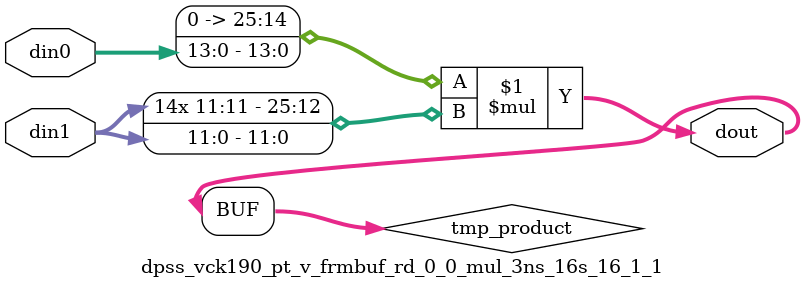
<source format=v>

`timescale 1 ns / 1 ps

  module dpss_vck190_pt_v_frmbuf_rd_0_0_mul_3ns_16s_16_1_1(din0, din1, dout);
parameter ID = 1;
parameter NUM_STAGE = 0;
parameter din0_WIDTH = 14;
parameter din1_WIDTH = 12;
parameter dout_WIDTH = 26;

input [din0_WIDTH - 1 : 0] din0; 
input [din1_WIDTH - 1 : 0] din1; 
output [dout_WIDTH - 1 : 0] dout;

wire signed [dout_WIDTH - 1 : 0] tmp_product;











assign tmp_product = $signed({1'b0, din0}) * $signed(din1);










assign dout = tmp_product;







endmodule

</source>
